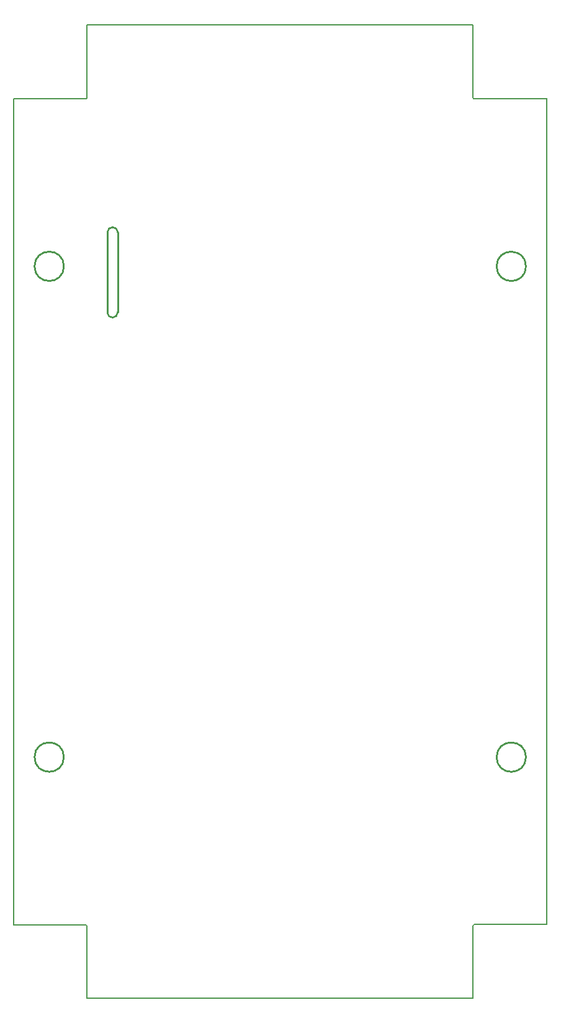
<source format=gko>
G04*
G04 #@! TF.GenerationSoftware,Altium Limited,Altium Designer,20.2.6 (244)*
G04*
G04 Layer_Color=16711935*
%FSLAX25Y25*%
%MOIN*%
G70*
G04*
G04 #@! TF.SameCoordinates,9385ED74-4294-42B6-9646-82B243174D78*
G04*
G04*
G04 #@! TF.FilePolarity,Positive*
G04*
G01*
G75*
%ADD10C,0.01000*%
%ADD95C,0.00500*%
D10*
X50773Y368713D02*
G03*
X56284Y368776I2756J0D01*
G01*
X56319Y411811D02*
G03*
X50808Y411748I-2756J0D01*
G01*
X27374Y129949D02*
G03*
X27374Y129949I-7874J0D01*
G01*
Y393500D02*
G03*
X27374Y393500I-7874J0D01*
G01*
X275572Y129949D02*
G03*
X275572Y129949I-7874J0D01*
G01*
Y393500D02*
G03*
X275572Y393500I-7874J0D01*
G01*
X56312Y368771D02*
Y411918D01*
X50786Y368771D02*
Y411796D01*
D95*
X39368Y483487D02*
G03*
X39870Y483989I0J501D01*
G01*
X246987Y484132D02*
G03*
X247488Y483630I501J0D01*
G01*
X286859D02*
G03*
X286900Y483632I0J501D01*
G01*
X247632Y40013D02*
G03*
X247130Y39511I0J-501D01*
G01*
X39872Y39370D02*
G03*
X39370Y39872I-501J0D01*
G01*
X501D02*
X501Y483487D01*
X39368Y483487D01*
X39870Y483989D02*
Y523120D01*
X246987D01*
X246987Y484132D02*
X246987Y523120D01*
X247488Y483630D02*
X286859D01*
X286900Y40013D02*
Y483632D01*
X247632Y40013D02*
X286900D01*
X247130Y501D02*
Y39511D01*
X39872Y501D02*
X247130Y501D01*
X39872Y501D02*
X39872Y39370D01*
X501Y39872D02*
X39370D01*
M02*

</source>
